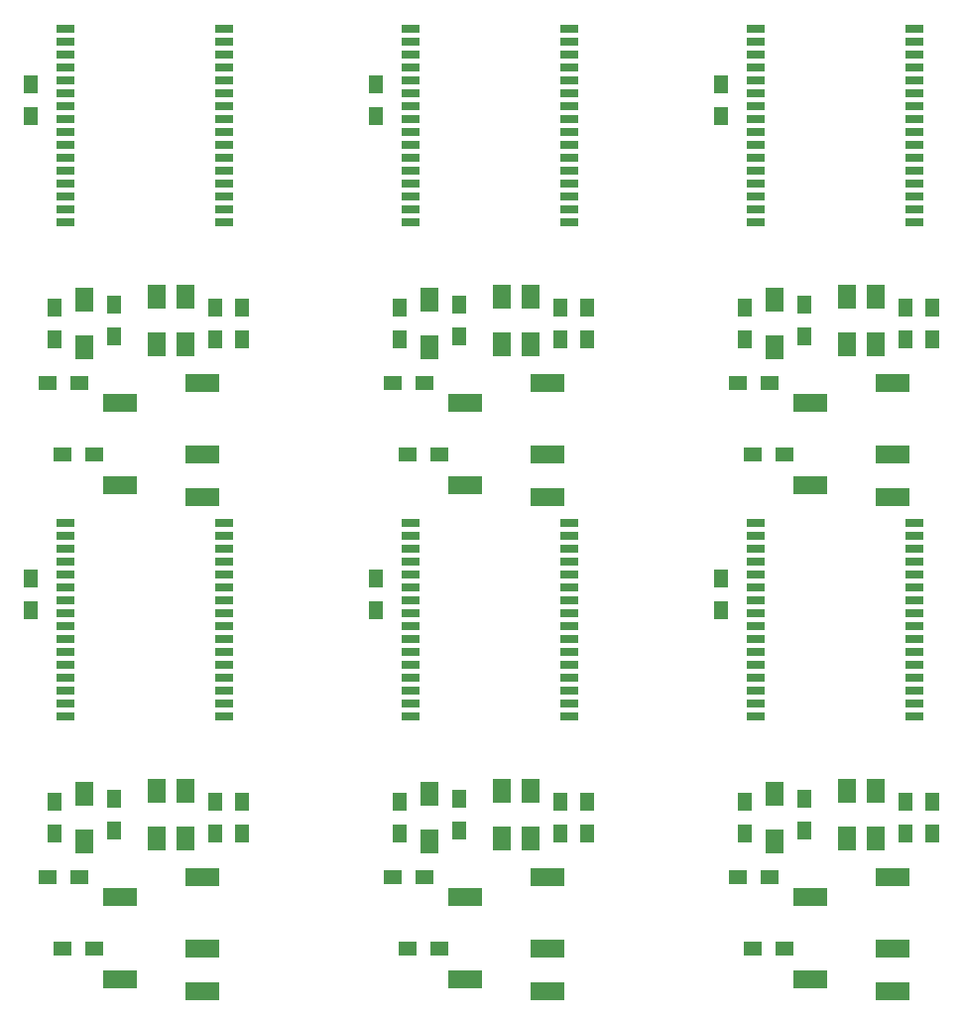
<source format=gbr>
G04 #@! TF.GenerationSoftware,KiCad,Pcbnew,5.0.0-rc2-dev-unknown-b813eac~63~ubuntu16.04.1*
G04 #@! TF.CreationDate,2018-04-08T16:52:17+02:00*
G04 #@! TF.ProjectId,f-6188multi,662D363138386D756C74692E6B696361,rev?*
G04 #@! TF.SameCoordinates,Original*
G04 #@! TF.FileFunction,Paste,Bot*
G04 #@! TF.FilePolarity,Positive*
%FSLAX46Y46*%
G04 Gerber Fmt 4.6, Leading zero omitted, Abs format (unit mm)*
G04 Created by KiCad (PCBNEW 5.0.0-rc2-dev-unknown-b813eac~63~ubuntu16.04.1) date Sun Apr  8 16:52:17 2018*
%MOMM*%
%LPD*%
G01*
G04 APERTURE LIST*
%ADD10R,1.300000X1.500000*%
%ADD11R,1.600000X2.000000*%
%ADD12R,3.000000X1.500000*%
%ADD13R,1.500000X0.800000*%
%ADD14R,1.500000X1.300000*%
G04 APERTURE END LIST*
D10*
X193294000Y-129112000D03*
X193294000Y-126412000D03*
D11*
X182118000Y-125762000D03*
X182118000Y-129762000D03*
D10*
X195580000Y-129112000D03*
X195580000Y-126412000D03*
D12*
X185222000Y-141545000D03*
X185222000Y-134545000D03*
X192222000Y-132845000D03*
X192222000Y-138945000D03*
X192222000Y-142545000D03*
D13*
X194056000Y-119158000D03*
X194056000Y-118058000D03*
X194056000Y-116958000D03*
X194056000Y-115858000D03*
X194056000Y-114758000D03*
X194056000Y-113658000D03*
X194056000Y-110358000D03*
X194056000Y-112558000D03*
X194056000Y-108158000D03*
X194056000Y-111458000D03*
X194056000Y-107058000D03*
X194056000Y-109258000D03*
X194056000Y-104858000D03*
X194056000Y-103758000D03*
X194056000Y-102658000D03*
X194056000Y-105958000D03*
X180556000Y-109258000D03*
X180556000Y-102658000D03*
X180556000Y-112558000D03*
X180556000Y-119158000D03*
X180556000Y-108158000D03*
X180556000Y-116958000D03*
X180556000Y-105958000D03*
X180556000Y-118058000D03*
X180556000Y-103758000D03*
X180556000Y-114758000D03*
X180556000Y-111458000D03*
X180556000Y-107058000D03*
X180556000Y-104858000D03*
X180556000Y-113658000D03*
X180556000Y-115858000D03*
X180556000Y-110358000D03*
D14*
X182960000Y-138938000D03*
X180260000Y-138938000D03*
D11*
X188315600Y-125508000D03*
X188315600Y-129508000D03*
X190754000Y-129508000D03*
X190754000Y-125508000D03*
D14*
X181690000Y-132842000D03*
X178990000Y-132842000D03*
D10*
X179578000Y-129112000D03*
X179578000Y-126412000D03*
X177546000Y-107362000D03*
X177546000Y-110062000D03*
X184658000Y-128858000D03*
X184658000Y-126158000D03*
X163830000Y-129112000D03*
X163830000Y-126412000D03*
D11*
X152654000Y-125762000D03*
X152654000Y-129762000D03*
D10*
X166116000Y-129112000D03*
X166116000Y-126412000D03*
D12*
X155758000Y-141545000D03*
X155758000Y-134545000D03*
X162758000Y-132845000D03*
X162758000Y-138945000D03*
X162758000Y-142545000D03*
D13*
X164592000Y-119158000D03*
X164592000Y-118058000D03*
X164592000Y-116958000D03*
X164592000Y-115858000D03*
X164592000Y-114758000D03*
X164592000Y-113658000D03*
X164592000Y-110358000D03*
X164592000Y-112558000D03*
X164592000Y-108158000D03*
X164592000Y-111458000D03*
X164592000Y-107058000D03*
X164592000Y-109258000D03*
X164592000Y-104858000D03*
X164592000Y-103758000D03*
X164592000Y-102658000D03*
X164592000Y-105958000D03*
X151092000Y-109258000D03*
X151092000Y-102658000D03*
X151092000Y-112558000D03*
X151092000Y-119158000D03*
X151092000Y-108158000D03*
X151092000Y-116958000D03*
X151092000Y-105958000D03*
X151092000Y-118058000D03*
X151092000Y-103758000D03*
X151092000Y-114758000D03*
X151092000Y-111458000D03*
X151092000Y-107058000D03*
X151092000Y-104858000D03*
X151092000Y-113658000D03*
X151092000Y-115858000D03*
X151092000Y-110358000D03*
D14*
X153496000Y-138938000D03*
X150796000Y-138938000D03*
D11*
X158851600Y-125508000D03*
X158851600Y-129508000D03*
X161290000Y-129508000D03*
X161290000Y-125508000D03*
D14*
X152226000Y-132842000D03*
X149526000Y-132842000D03*
D10*
X150114000Y-129112000D03*
X150114000Y-126412000D03*
X148082000Y-107362000D03*
X148082000Y-110062000D03*
X155194000Y-128858000D03*
X155194000Y-126158000D03*
X134366000Y-129112000D03*
X134366000Y-126412000D03*
D11*
X123190000Y-125762000D03*
X123190000Y-129762000D03*
D10*
X136652000Y-129112000D03*
X136652000Y-126412000D03*
D12*
X126294000Y-141545000D03*
X126294000Y-134545000D03*
X133294000Y-132845000D03*
X133294000Y-138945000D03*
X133294000Y-142545000D03*
D13*
X135128000Y-119158000D03*
X135128000Y-118058000D03*
X135128000Y-116958000D03*
X135128000Y-115858000D03*
X135128000Y-114758000D03*
X135128000Y-113658000D03*
X135128000Y-110358000D03*
X135128000Y-112558000D03*
X135128000Y-108158000D03*
X135128000Y-111458000D03*
X135128000Y-107058000D03*
X135128000Y-109258000D03*
X135128000Y-104858000D03*
X135128000Y-103758000D03*
X135128000Y-102658000D03*
X135128000Y-105958000D03*
X121628000Y-109258000D03*
X121628000Y-102658000D03*
X121628000Y-112558000D03*
X121628000Y-119158000D03*
X121628000Y-108158000D03*
X121628000Y-116958000D03*
X121628000Y-105958000D03*
X121628000Y-118058000D03*
X121628000Y-103758000D03*
X121628000Y-114758000D03*
X121628000Y-111458000D03*
X121628000Y-107058000D03*
X121628000Y-104858000D03*
X121628000Y-113658000D03*
X121628000Y-115858000D03*
X121628000Y-110358000D03*
D14*
X124032000Y-138938000D03*
X121332000Y-138938000D03*
D11*
X129387600Y-125508000D03*
X129387600Y-129508000D03*
X131826000Y-129508000D03*
X131826000Y-125508000D03*
D14*
X122762000Y-132842000D03*
X120062000Y-132842000D03*
D10*
X120650000Y-129112000D03*
X120650000Y-126412000D03*
X118618000Y-107362000D03*
X118618000Y-110062000D03*
X125730000Y-128858000D03*
X125730000Y-126158000D03*
X193294000Y-86948000D03*
X193294000Y-84248000D03*
D11*
X182118000Y-83598000D03*
X182118000Y-87598000D03*
D10*
X195580000Y-86948000D03*
X195580000Y-84248000D03*
D12*
X185222000Y-99381000D03*
X185222000Y-92381000D03*
X192222000Y-90681000D03*
X192222000Y-96781000D03*
X192222000Y-100381000D03*
D13*
X194056000Y-76994000D03*
X194056000Y-75894000D03*
X194056000Y-74794000D03*
X194056000Y-73694000D03*
X194056000Y-72594000D03*
X194056000Y-71494000D03*
X194056000Y-68194000D03*
X194056000Y-70394000D03*
X194056000Y-65994000D03*
X194056000Y-69294000D03*
X194056000Y-64894000D03*
X194056000Y-67094000D03*
X194056000Y-62694000D03*
X194056000Y-61594000D03*
X194056000Y-60494000D03*
X194056000Y-63794000D03*
X180556000Y-67094000D03*
X180556000Y-60494000D03*
X180556000Y-70394000D03*
X180556000Y-76994000D03*
X180556000Y-65994000D03*
X180556000Y-74794000D03*
X180556000Y-63794000D03*
X180556000Y-75894000D03*
X180556000Y-61594000D03*
X180556000Y-72594000D03*
X180556000Y-69294000D03*
X180556000Y-64894000D03*
X180556000Y-62694000D03*
X180556000Y-71494000D03*
X180556000Y-73694000D03*
X180556000Y-68194000D03*
D14*
X182960000Y-96774000D03*
X180260000Y-96774000D03*
D11*
X188315600Y-83344000D03*
X188315600Y-87344000D03*
X190754000Y-87344000D03*
X190754000Y-83344000D03*
D14*
X181690000Y-90678000D03*
X178990000Y-90678000D03*
D10*
X179578000Y-86948000D03*
X179578000Y-84248000D03*
X177546000Y-65198000D03*
X177546000Y-67898000D03*
X184658000Y-86694000D03*
X184658000Y-83994000D03*
X163830000Y-86948000D03*
X163830000Y-84248000D03*
D11*
X152654000Y-83598000D03*
X152654000Y-87598000D03*
D10*
X166116000Y-86948000D03*
X166116000Y-84248000D03*
D12*
X155758000Y-99381000D03*
X155758000Y-92381000D03*
X162758000Y-90681000D03*
X162758000Y-96781000D03*
X162758000Y-100381000D03*
D13*
X164592000Y-76994000D03*
X164592000Y-75894000D03*
X164592000Y-74794000D03*
X164592000Y-73694000D03*
X164592000Y-72594000D03*
X164592000Y-71494000D03*
X164592000Y-68194000D03*
X164592000Y-70394000D03*
X164592000Y-65994000D03*
X164592000Y-69294000D03*
X164592000Y-64894000D03*
X164592000Y-67094000D03*
X164592000Y-62694000D03*
X164592000Y-61594000D03*
X164592000Y-60494000D03*
X164592000Y-63794000D03*
X151092000Y-67094000D03*
X151092000Y-60494000D03*
X151092000Y-70394000D03*
X151092000Y-76994000D03*
X151092000Y-65994000D03*
X151092000Y-74794000D03*
X151092000Y-63794000D03*
X151092000Y-75894000D03*
X151092000Y-61594000D03*
X151092000Y-72594000D03*
X151092000Y-69294000D03*
X151092000Y-64894000D03*
X151092000Y-62694000D03*
X151092000Y-71494000D03*
X151092000Y-73694000D03*
X151092000Y-68194000D03*
D14*
X153496000Y-96774000D03*
X150796000Y-96774000D03*
D11*
X158851600Y-83344000D03*
X158851600Y-87344000D03*
X161290000Y-87344000D03*
X161290000Y-83344000D03*
D14*
X152226000Y-90678000D03*
X149526000Y-90678000D03*
D10*
X150114000Y-86948000D03*
X150114000Y-84248000D03*
X148082000Y-65198000D03*
X148082000Y-67898000D03*
X155194000Y-86694000D03*
X155194000Y-83994000D03*
X118618000Y-67898000D03*
X118618000Y-65198000D03*
D14*
X120062000Y-90678000D03*
X122762000Y-90678000D03*
X121332000Y-96774000D03*
X124032000Y-96774000D03*
D10*
X136652000Y-84248000D03*
X136652000Y-86948000D03*
X120650000Y-84248000D03*
X120650000Y-86948000D03*
X134366000Y-84248000D03*
X134366000Y-86948000D03*
X125730000Y-83994000D03*
X125730000Y-86694000D03*
D13*
X121628000Y-68194000D03*
X121628000Y-73694000D03*
X121628000Y-71494000D03*
X121628000Y-62694000D03*
X121628000Y-64894000D03*
X121628000Y-69294000D03*
X121628000Y-72594000D03*
X121628000Y-61594000D03*
X121628000Y-75894000D03*
X121628000Y-63794000D03*
X121628000Y-74794000D03*
X121628000Y-65994000D03*
X121628000Y-76994000D03*
X121628000Y-70394000D03*
X121628000Y-60494000D03*
X121628000Y-67094000D03*
X135128000Y-63794000D03*
X135128000Y-60494000D03*
X135128000Y-61594000D03*
X135128000Y-62694000D03*
X135128000Y-67094000D03*
X135128000Y-64894000D03*
X135128000Y-69294000D03*
X135128000Y-65994000D03*
X135128000Y-70394000D03*
X135128000Y-68194000D03*
X135128000Y-71494000D03*
X135128000Y-72594000D03*
X135128000Y-73694000D03*
X135128000Y-74794000D03*
X135128000Y-75894000D03*
X135128000Y-76994000D03*
D12*
X133294000Y-100381000D03*
X133294000Y-96781000D03*
X133294000Y-90681000D03*
X126294000Y-92381000D03*
X126294000Y-99381000D03*
D11*
X129387600Y-87344000D03*
X129387600Y-83344000D03*
X131826000Y-83344000D03*
X131826000Y-87344000D03*
X123190000Y-87598000D03*
X123190000Y-83598000D03*
M02*

</source>
